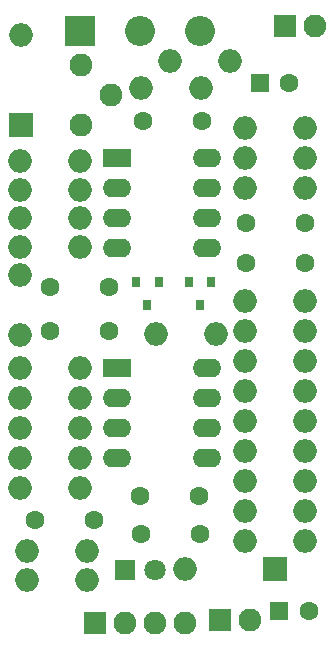
<source format=gbr>
%TF.GenerationSoftware,KiCad,Pcbnew,6.0.0+dfsg1-2*%
%TF.CreationDate,2022-01-11T21:26:03+02:00*%
%TF.ProjectId,agudo,61677564-6f2e-46b6-9963-61645f706362,rev?*%
%TF.SameCoordinates,Original*%
%TF.FileFunction,Soldermask,Top*%
%TF.FilePolarity,Negative*%
%FSLAX46Y46*%
G04 Gerber Fmt 4.6, Leading zero omitted, Abs format (unit mm)*
G04 Created by KiCad (PCBNEW 6.0.0+dfsg1-2) date 2022-01-11 21:26:03*
%MOMM*%
%LPD*%
G01*
G04 APERTURE LIST*
%ADD10O,2.000000X2.000000*%
%ADD11O,2.540000X2.540000*%
%ADD12R,2.540000X2.540000*%
%ADD13O,1.930400X1.930400*%
%ADD14R,1.930400X1.930400*%
%ADD15O,2.400000X1.600000*%
%ADD16R,2.400000X1.600000*%
%ADD17R,0.800000X0.900000*%
%ADD18C,1.800000*%
%ADD19R,1.800000X1.800000*%
%ADD20R,2.000000X2.000000*%
%ADD21C,1.600000*%
%ADD22R,1.600000X1.600000*%
G04 APERTURE END LIST*
D10*
%TO.C,R27*%
X102870000Y-83185000D03*
X107950000Y-83185000D03*
%TD*%
%TO.C,R26*%
X114300000Y-123825000D03*
X109220000Y-123825000D03*
%TD*%
%TO.C,R25*%
X114300000Y-103505000D03*
X109220000Y-103505000D03*
%TD*%
%TO.C,R24*%
X114300000Y-106045000D03*
X109220000Y-106045000D03*
%TD*%
%TO.C,R23*%
X114300000Y-108585000D03*
X109220000Y-108585000D03*
%TD*%
%TO.C,R22*%
X109220000Y-93980000D03*
X114300000Y-93980000D03*
%TD*%
%TO.C,R21*%
X95885000Y-124714000D03*
X90805000Y-124714000D03*
%TD*%
%TO.C,R20*%
X90170000Y-91694000D03*
X95250000Y-91694000D03*
%TD*%
%TO.C,R19*%
X114300000Y-91440000D03*
X109220000Y-91440000D03*
%TD*%
%TO.C,R18*%
X100457000Y-85471000D03*
X105537000Y-85471000D03*
%TD*%
%TO.C,R17*%
X90170000Y-101346000D03*
X90170000Y-106426000D03*
%TD*%
%TO.C,R16*%
X95250000Y-94107000D03*
X90170000Y-94107000D03*
%TD*%
%TO.C,R15*%
X95250000Y-96520000D03*
X90170000Y-96520000D03*
%TD*%
%TO.C,R14*%
X95885000Y-127127000D03*
X90805000Y-127127000D03*
%TD*%
%TO.C,R13*%
X95250000Y-98933000D03*
X90170000Y-98933000D03*
%TD*%
%TO.C,R12*%
X109220000Y-111125000D03*
X114300000Y-111125000D03*
%TD*%
%TO.C,R11*%
X114300000Y-88900000D03*
X109220000Y-88900000D03*
%TD*%
%TO.C,R10*%
X109220000Y-113665000D03*
X114300000Y-113665000D03*
%TD*%
%TO.C,R9*%
X109220000Y-116205000D03*
X114300000Y-116205000D03*
%TD*%
%TO.C,R8*%
X109220000Y-118745000D03*
X114300000Y-118745000D03*
%TD*%
%TO.C,R7*%
X109220000Y-121285000D03*
X114300000Y-121285000D03*
%TD*%
%TO.C,R6*%
X95250000Y-109220000D03*
X90170000Y-109220000D03*
%TD*%
%TO.C,R5*%
X90170000Y-111760000D03*
X95250000Y-111760000D03*
%TD*%
%TO.C,R4*%
X90170000Y-114300000D03*
X95250000Y-114300000D03*
%TD*%
%TO.C,R3*%
X95250000Y-116840000D03*
X90170000Y-116840000D03*
%TD*%
%TO.C,R2*%
X101727000Y-106299000D03*
X106807000Y-106299000D03*
%TD*%
%TO.C,R1*%
X95250000Y-119380000D03*
X90170000Y-119380000D03*
%TD*%
D11*
%TO.C,RV2*%
X105410000Y-80645000D03*
X100330000Y-80645000D03*
D12*
X95250000Y-80645000D03*
%TD*%
D13*
%TO.C,J3*%
X115189000Y-80264000D03*
D14*
X112649000Y-80264000D03*
%TD*%
D15*
%TO.C,U2*%
X106045000Y-91440000D03*
X98425000Y-99060000D03*
X106045000Y-93980000D03*
X98425000Y-96520000D03*
X106045000Y-96520000D03*
X98425000Y-93980000D03*
X106045000Y-99060000D03*
D16*
X98425000Y-91440000D03*
%TD*%
D15*
%TO.C,U1*%
X106045000Y-109220000D03*
X98425000Y-116840000D03*
X106045000Y-111760000D03*
X98425000Y-114300000D03*
X106045000Y-114300000D03*
X98425000Y-111760000D03*
X106045000Y-116840000D03*
D16*
X98425000Y-109220000D03*
%TD*%
D13*
%TO.C,RV1*%
X95377000Y-88646000D03*
X97917000Y-86106000D03*
X95377000Y-83566000D03*
%TD*%
D17*
%TO.C,Q2*%
X100965000Y-103870000D03*
X100015000Y-101870000D03*
X101915000Y-101870000D03*
%TD*%
%TO.C,Q1*%
X105410000Y-103870000D03*
X104460000Y-101870000D03*
X106360000Y-101870000D03*
%TD*%
D13*
%TO.C,J2*%
X109664500Y-130556000D03*
D14*
X107124500Y-130556000D03*
%TD*%
D13*
%TO.C,J1*%
X104127300Y-130784600D03*
X101587300Y-130784600D03*
X99047300Y-130784600D03*
D14*
X96507300Y-130784600D03*
%TD*%
D18*
%TO.C,D3*%
X101587300Y-126301500D03*
D19*
X99047300Y-126301500D03*
%TD*%
D20*
%TO.C,D2*%
X90297000Y-88646000D03*
D10*
X90297000Y-81026000D03*
%TD*%
D20*
%TO.C,D1*%
X111760000Y-126238000D03*
D10*
X104140000Y-126238000D03*
%TD*%
D21*
%TO.C,C10*%
X109300000Y-96901000D03*
X114300000Y-96901000D03*
%TD*%
%TO.C,C9*%
X105393500Y-123253500D03*
X100393500Y-123253500D03*
%TD*%
%TO.C,C8*%
X112990000Y-85090000D03*
D22*
X110490000Y-85090000D03*
%TD*%
D21*
%TO.C,C7*%
X97710000Y-106045000D03*
X92710000Y-106045000D03*
%TD*%
%TO.C,C6*%
X97710000Y-102362000D03*
X92710000Y-102362000D03*
%TD*%
%TO.C,C5*%
X105584000Y-88265000D03*
X100584000Y-88265000D03*
%TD*%
%TO.C,C4*%
X109300000Y-100330000D03*
X114300000Y-100330000D03*
%TD*%
%TO.C,C3*%
X105330000Y-120015000D03*
X100330000Y-120015000D03*
%TD*%
%TO.C,C2*%
X114641000Y-129794000D03*
D22*
X112141000Y-129794000D03*
%TD*%
D21*
%TO.C,C1*%
X96440000Y-122047000D03*
X91440000Y-122047000D03*
%TD*%
M02*

</source>
